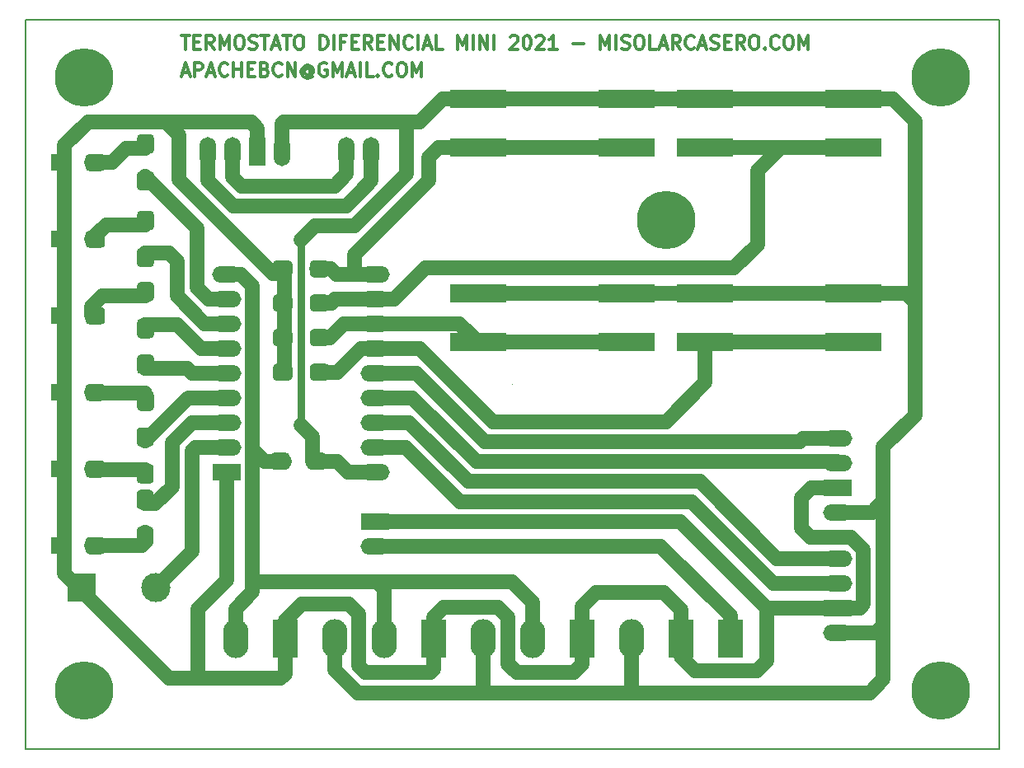
<source format=gtl>
%TF.GenerationSoftware,KiCad,Pcbnew,5.1.10*%
%TF.CreationDate,2021-09-02T20:29:26+02:00*%
%TF.ProjectId,Termostato-Diferencial-Mini,5465726d-6f73-4746-9174-6f2d44696665,rev?*%
%TF.SameCoordinates,PX9e11d20PY4c6afd0*%
%TF.FileFunction,Copper,L1,Top*%
%TF.FilePolarity,Positive*%
%FSLAX45Y45*%
G04 Gerber Fmt 4.5, Leading zero omitted, Abs format (unit mm)*
G04 Created by KiCad (PCBNEW 5.1.10) date 2021-09-02 20:29:26*
%MOMM*%
%LPD*%
G01*
G04 APERTURE LIST*
%TA.AperFunction,NonConductor*%
%ADD10C,0.300000*%
%TD*%
%TA.AperFunction,NonConductor*%
%ADD11C,0.050000*%
%TD*%
%TA.AperFunction,Profile*%
%ADD12C,0.200000*%
%TD*%
%TA.AperFunction,SMDPad,CuDef*%
%ADD13R,2.000000X1.750000*%
%TD*%
%TA.AperFunction,ComponentPad*%
%ADD14O,3.000000X1.700000*%
%TD*%
%TA.AperFunction,ComponentPad*%
%ADD15R,3.000000X1.700000*%
%TD*%
%TA.AperFunction,ComponentPad*%
%ADD16C,6.000000*%
%TD*%
%TA.AperFunction,ComponentPad*%
%ADD17O,1.700000X3.000000*%
%TD*%
%TA.AperFunction,ComponentPad*%
%ADD18R,1.700000X3.000000*%
%TD*%
%TA.AperFunction,ComponentPad*%
%ADD19C,3.000000*%
%TD*%
%TA.AperFunction,ComponentPad*%
%ADD20R,3.000000X3.000000*%
%TD*%
%TA.AperFunction,ComponentPad*%
%ADD21O,2.600000X4.000000*%
%TD*%
%TA.AperFunction,ComponentPad*%
%ADD22R,2.600000X4.000000*%
%TD*%
%TA.AperFunction,SMDPad,CuDef*%
%ADD23R,5.798000X1.850000*%
%TD*%
%TA.AperFunction,Conductor*%
%ADD24C,1.500000*%
%TD*%
%TA.AperFunction,Conductor*%
%ADD25C,0.800000*%
%TD*%
G04 APERTURE END LIST*
D10*
X-3386900Y3202367D02*
X-3320233Y3202367D01*
X-3400233Y3162367D02*
X-3353567Y3302367D01*
X-3306900Y3162367D01*
X-3260233Y3162367D02*
X-3260233Y3302367D01*
X-3206900Y3302367D01*
X-3193567Y3295700D01*
X-3186900Y3289033D01*
X-3180233Y3275700D01*
X-3180233Y3255700D01*
X-3186900Y3242367D01*
X-3193567Y3235700D01*
X-3206900Y3229033D01*
X-3260233Y3229033D01*
X-3126900Y3202367D02*
X-3060233Y3202367D01*
X-3140233Y3162367D02*
X-3093567Y3302367D01*
X-3046900Y3162367D01*
X-2920233Y3175700D02*
X-2926900Y3169033D01*
X-2946900Y3162367D01*
X-2960233Y3162367D01*
X-2980233Y3169033D01*
X-2993567Y3182367D01*
X-3000233Y3195700D01*
X-3006900Y3222367D01*
X-3006900Y3242367D01*
X-3000233Y3269033D01*
X-2993567Y3282367D01*
X-2980233Y3295700D01*
X-2960233Y3302367D01*
X-2946900Y3302367D01*
X-2926900Y3295700D01*
X-2920233Y3289033D01*
X-2860233Y3162367D02*
X-2860233Y3302367D01*
X-2860233Y3235700D02*
X-2780233Y3235700D01*
X-2780233Y3162367D02*
X-2780233Y3302367D01*
X-2713567Y3235700D02*
X-2666900Y3235700D01*
X-2646900Y3162367D02*
X-2713567Y3162367D01*
X-2713567Y3302367D01*
X-2646900Y3302367D01*
X-2540233Y3235700D02*
X-2520233Y3229033D01*
X-2513567Y3222367D01*
X-2506900Y3209033D01*
X-2506900Y3189033D01*
X-2513567Y3175700D01*
X-2520233Y3169033D01*
X-2533567Y3162367D01*
X-2586900Y3162367D01*
X-2586900Y3302367D01*
X-2540233Y3302367D01*
X-2526900Y3295700D01*
X-2520233Y3289033D01*
X-2513567Y3275700D01*
X-2513567Y3262367D01*
X-2520233Y3249033D01*
X-2526900Y3242367D01*
X-2540233Y3235700D01*
X-2586900Y3235700D01*
X-2366900Y3175700D02*
X-2373567Y3169033D01*
X-2393567Y3162367D01*
X-2406900Y3162367D01*
X-2426900Y3169033D01*
X-2440233Y3182367D01*
X-2446900Y3195700D01*
X-2453567Y3222367D01*
X-2453567Y3242367D01*
X-2446900Y3269033D01*
X-2440233Y3282367D01*
X-2426900Y3295700D01*
X-2406900Y3302367D01*
X-2393567Y3302367D01*
X-2373567Y3295700D01*
X-2366900Y3289033D01*
X-2306900Y3162367D02*
X-2306900Y3302367D01*
X-2226900Y3162367D01*
X-2226900Y3302367D01*
X-2073567Y3229033D02*
X-2080233Y3235700D01*
X-2093567Y3242367D01*
X-2106900Y3242367D01*
X-2120233Y3235700D01*
X-2126900Y3229033D01*
X-2133567Y3215700D01*
X-2133567Y3202367D01*
X-2126900Y3189033D01*
X-2120233Y3182367D01*
X-2106900Y3175700D01*
X-2093567Y3175700D01*
X-2080233Y3182367D01*
X-2073567Y3189033D01*
X-2073567Y3242367D02*
X-2073567Y3189033D01*
X-2066900Y3182367D01*
X-2060233Y3182367D01*
X-2046900Y3189033D01*
X-2040233Y3202367D01*
X-2040233Y3235700D01*
X-2053567Y3255700D01*
X-2073567Y3269033D01*
X-2100233Y3275700D01*
X-2126900Y3269033D01*
X-2146900Y3255700D01*
X-2160233Y3235700D01*
X-2166900Y3209033D01*
X-2160233Y3182367D01*
X-2146900Y3162367D01*
X-2126900Y3149033D01*
X-2100233Y3142367D01*
X-2073567Y3149033D01*
X-2053567Y3162367D01*
X-1906900Y3295700D02*
X-1920233Y3302367D01*
X-1940233Y3302367D01*
X-1960233Y3295700D01*
X-1973567Y3282367D01*
X-1980233Y3269033D01*
X-1986900Y3242367D01*
X-1986900Y3222367D01*
X-1980233Y3195700D01*
X-1973567Y3182367D01*
X-1960233Y3169033D01*
X-1940233Y3162367D01*
X-1926900Y3162367D01*
X-1906900Y3169033D01*
X-1900233Y3175700D01*
X-1900233Y3222367D01*
X-1926900Y3222367D01*
X-1840233Y3162367D02*
X-1840233Y3302367D01*
X-1793567Y3202367D01*
X-1746900Y3302367D01*
X-1746900Y3162367D01*
X-1686900Y3202367D02*
X-1620233Y3202367D01*
X-1700233Y3162367D02*
X-1653567Y3302367D01*
X-1606900Y3162367D01*
X-1560233Y3162367D02*
X-1560233Y3302367D01*
X-1426900Y3162367D02*
X-1493567Y3162367D01*
X-1493567Y3302367D01*
X-1380233Y3175700D02*
X-1373567Y3169033D01*
X-1380233Y3162367D01*
X-1386900Y3169033D01*
X-1380233Y3175700D01*
X-1380233Y3162367D01*
X-1233567Y3175700D02*
X-1240233Y3169033D01*
X-1260233Y3162367D01*
X-1273567Y3162367D01*
X-1293567Y3169033D01*
X-1306900Y3182367D01*
X-1313567Y3195700D01*
X-1320233Y3222367D01*
X-1320233Y3242367D01*
X-1313567Y3269033D01*
X-1306900Y3282367D01*
X-1293567Y3295700D01*
X-1273567Y3302367D01*
X-1260233Y3302367D01*
X-1240233Y3295700D01*
X-1233567Y3289033D01*
X-1146900Y3302367D02*
X-1120233Y3302367D01*
X-1106900Y3295700D01*
X-1093567Y3282367D01*
X-1086900Y3255700D01*
X-1086900Y3209033D01*
X-1093567Y3182367D01*
X-1106900Y3169033D01*
X-1120233Y3162367D01*
X-1146900Y3162367D01*
X-1160233Y3169033D01*
X-1173567Y3182367D01*
X-1180233Y3209033D01*
X-1180233Y3255700D01*
X-1173567Y3282367D01*
X-1160233Y3295700D01*
X-1146900Y3302367D01*
X-1026900Y3162367D02*
X-1026900Y3302367D01*
X-980233Y3202367D01*
X-933567Y3302367D01*
X-933567Y3162367D01*
D11*
X5000Y0D02*
G75*
G03*
X5000Y0I-5000J0D01*
G01*
D12*
X4998980Y3747000D02*
X-4998900Y3747000D01*
D10*
X-3393067Y3581167D02*
X-3313067Y3581167D01*
X-3353067Y3441167D02*
X-3353067Y3581167D01*
X-3266400Y3514500D02*
X-3219733Y3514500D01*
X-3199733Y3441167D02*
X-3266400Y3441167D01*
X-3266400Y3581167D01*
X-3199733Y3581167D01*
X-3059733Y3441167D02*
X-3106400Y3507833D01*
X-3139733Y3441167D02*
X-3139733Y3581167D01*
X-3086400Y3581167D01*
X-3073067Y3574500D01*
X-3066400Y3567833D01*
X-3059733Y3554500D01*
X-3059733Y3534500D01*
X-3066400Y3521167D01*
X-3073067Y3514500D01*
X-3086400Y3507833D01*
X-3139733Y3507833D01*
X-2999733Y3441167D02*
X-2999733Y3581167D01*
X-2953067Y3481167D01*
X-2906400Y3581167D01*
X-2906400Y3441167D01*
X-2813067Y3581167D02*
X-2786400Y3581167D01*
X-2773067Y3574500D01*
X-2759733Y3561167D01*
X-2753067Y3534500D01*
X-2753067Y3487833D01*
X-2759733Y3461167D01*
X-2773067Y3447833D01*
X-2786400Y3441167D01*
X-2813067Y3441167D01*
X-2826400Y3447833D01*
X-2839733Y3461167D01*
X-2846400Y3487833D01*
X-2846400Y3534500D01*
X-2839733Y3561167D01*
X-2826400Y3574500D01*
X-2813067Y3581167D01*
X-2699733Y3447833D02*
X-2679733Y3441167D01*
X-2646400Y3441167D01*
X-2633067Y3447833D01*
X-2626400Y3454500D01*
X-2619733Y3467833D01*
X-2619733Y3481167D01*
X-2626400Y3494500D01*
X-2633067Y3501167D01*
X-2646400Y3507833D01*
X-2673067Y3514500D01*
X-2686400Y3521167D01*
X-2693067Y3527833D01*
X-2699733Y3541167D01*
X-2699733Y3554500D01*
X-2693067Y3567833D01*
X-2686400Y3574500D01*
X-2673067Y3581167D01*
X-2639733Y3581167D01*
X-2619733Y3574500D01*
X-2579733Y3581167D02*
X-2499733Y3581167D01*
X-2539733Y3441167D02*
X-2539733Y3581167D01*
X-2459733Y3481167D02*
X-2393067Y3481167D01*
X-2473067Y3441167D02*
X-2426400Y3581167D01*
X-2379733Y3441167D01*
X-2353067Y3581167D02*
X-2273067Y3581167D01*
X-2313067Y3441167D02*
X-2313067Y3581167D01*
X-2199733Y3581167D02*
X-2173067Y3581167D01*
X-2159733Y3574500D01*
X-2146400Y3561167D01*
X-2139733Y3534500D01*
X-2139733Y3487833D01*
X-2146400Y3461167D01*
X-2159733Y3447833D01*
X-2173067Y3441167D01*
X-2199733Y3441167D01*
X-2213067Y3447833D01*
X-2226400Y3461167D01*
X-2233067Y3487833D01*
X-2233067Y3534500D01*
X-2226400Y3561167D01*
X-2213067Y3574500D01*
X-2199733Y3581167D01*
X-1973067Y3441167D02*
X-1973067Y3581167D01*
X-1939733Y3581167D01*
X-1919733Y3574500D01*
X-1906400Y3561167D01*
X-1899733Y3547833D01*
X-1893067Y3521167D01*
X-1893067Y3501167D01*
X-1899733Y3474500D01*
X-1906400Y3461167D01*
X-1919733Y3447833D01*
X-1939733Y3441167D01*
X-1973067Y3441167D01*
X-1833067Y3441167D02*
X-1833067Y3581167D01*
X-1719733Y3514500D02*
X-1766400Y3514500D01*
X-1766400Y3441167D02*
X-1766400Y3581167D01*
X-1699733Y3581167D01*
X-1646400Y3514500D02*
X-1599733Y3514500D01*
X-1579733Y3441167D02*
X-1646400Y3441167D01*
X-1646400Y3581167D01*
X-1579733Y3581167D01*
X-1439733Y3441167D02*
X-1486400Y3507833D01*
X-1519733Y3441167D02*
X-1519733Y3581167D01*
X-1466400Y3581167D01*
X-1453067Y3574500D01*
X-1446400Y3567833D01*
X-1439733Y3554500D01*
X-1439733Y3534500D01*
X-1446400Y3521167D01*
X-1453067Y3514500D01*
X-1466400Y3507833D01*
X-1519733Y3507833D01*
X-1379733Y3514500D02*
X-1333067Y3514500D01*
X-1313067Y3441167D02*
X-1379733Y3441167D01*
X-1379733Y3581167D01*
X-1313067Y3581167D01*
X-1253067Y3441167D02*
X-1253067Y3581167D01*
X-1173067Y3441167D01*
X-1173067Y3581167D01*
X-1026400Y3454500D02*
X-1033067Y3447833D01*
X-1053067Y3441167D01*
X-1066400Y3441167D01*
X-1086400Y3447833D01*
X-1099733Y3461167D01*
X-1106400Y3474500D01*
X-1113067Y3501167D01*
X-1113067Y3521167D01*
X-1106400Y3547833D01*
X-1099733Y3561167D01*
X-1086400Y3574500D01*
X-1066400Y3581167D01*
X-1053067Y3581167D01*
X-1033067Y3574500D01*
X-1026400Y3567833D01*
X-966400Y3441167D02*
X-966400Y3581167D01*
X-906400Y3481167D02*
X-839733Y3481167D01*
X-919733Y3441167D02*
X-873067Y3581167D01*
X-826400Y3441167D01*
X-713067Y3441167D02*
X-779733Y3441167D01*
X-779733Y3581167D01*
X-559733Y3441167D02*
X-559733Y3581167D01*
X-513067Y3481167D01*
X-466400Y3581167D01*
X-466400Y3441167D01*
X-399733Y3441167D02*
X-399733Y3581167D01*
X-333067Y3441167D02*
X-333067Y3581167D01*
X-253067Y3441167D01*
X-253067Y3581167D01*
X-186400Y3441167D02*
X-186400Y3581167D01*
X-19733Y3567833D02*
X-13067Y3574500D01*
X267Y3581167D01*
X33600Y3581167D01*
X46933Y3574500D01*
X53600Y3567833D01*
X60267Y3554500D01*
X60267Y3541167D01*
X53600Y3521167D01*
X-26400Y3441167D01*
X60267Y3441167D01*
X146933Y3581167D02*
X160267Y3581167D01*
X173600Y3574500D01*
X180267Y3567833D01*
X186933Y3554500D01*
X193600Y3527833D01*
X193600Y3494500D01*
X186933Y3467833D01*
X180267Y3454500D01*
X173600Y3447833D01*
X160267Y3441167D01*
X146933Y3441167D01*
X133600Y3447833D01*
X126933Y3454500D01*
X120267Y3467833D01*
X113600Y3494500D01*
X113600Y3527833D01*
X120267Y3554500D01*
X126933Y3567833D01*
X133600Y3574500D01*
X146933Y3581167D01*
X246933Y3567833D02*
X253600Y3574500D01*
X266933Y3581167D01*
X300267Y3581167D01*
X313600Y3574500D01*
X320267Y3567833D01*
X326933Y3554500D01*
X326933Y3541167D01*
X320267Y3521167D01*
X240267Y3441167D01*
X326933Y3441167D01*
X460267Y3441167D02*
X380267Y3441167D01*
X420267Y3441167D02*
X420267Y3581167D01*
X406933Y3561167D01*
X393600Y3547833D01*
X380267Y3541167D01*
X626933Y3494500D02*
X733600Y3494500D01*
X906933Y3441167D02*
X906933Y3581167D01*
X953600Y3481167D01*
X1000267Y3581167D01*
X1000267Y3441167D01*
X1066933Y3441167D02*
X1066933Y3581167D01*
X1126933Y3447833D02*
X1146933Y3441167D01*
X1180267Y3441167D01*
X1193600Y3447833D01*
X1200267Y3454500D01*
X1206933Y3467833D01*
X1206933Y3481167D01*
X1200267Y3494500D01*
X1193600Y3501167D01*
X1180267Y3507833D01*
X1153600Y3514500D01*
X1140267Y3521167D01*
X1133600Y3527833D01*
X1126933Y3541167D01*
X1126933Y3554500D01*
X1133600Y3567833D01*
X1140267Y3574500D01*
X1153600Y3581167D01*
X1186933Y3581167D01*
X1206933Y3574500D01*
X1293600Y3581167D02*
X1320267Y3581167D01*
X1333600Y3574500D01*
X1346933Y3561167D01*
X1353600Y3534500D01*
X1353600Y3487833D01*
X1346933Y3461167D01*
X1333600Y3447833D01*
X1320267Y3441167D01*
X1293600Y3441167D01*
X1280267Y3447833D01*
X1266933Y3461167D01*
X1260267Y3487833D01*
X1260267Y3534500D01*
X1266933Y3561167D01*
X1280267Y3574500D01*
X1293600Y3581167D01*
X1480267Y3441167D02*
X1413600Y3441167D01*
X1413600Y3581167D01*
X1520267Y3481167D02*
X1586933Y3481167D01*
X1506933Y3441167D02*
X1553600Y3581167D01*
X1600267Y3441167D01*
X1726933Y3441167D02*
X1680267Y3507833D01*
X1646933Y3441167D02*
X1646933Y3581167D01*
X1700267Y3581167D01*
X1713600Y3574500D01*
X1720267Y3567833D01*
X1726933Y3554500D01*
X1726933Y3534500D01*
X1720267Y3521167D01*
X1713600Y3514500D01*
X1700267Y3507833D01*
X1646933Y3507833D01*
X1866933Y3454500D02*
X1860267Y3447833D01*
X1840267Y3441167D01*
X1826933Y3441167D01*
X1806933Y3447833D01*
X1793600Y3461167D01*
X1786933Y3474500D01*
X1780267Y3501167D01*
X1780267Y3521167D01*
X1786933Y3547833D01*
X1793600Y3561167D01*
X1806933Y3574500D01*
X1826933Y3581167D01*
X1840267Y3581167D01*
X1860267Y3574500D01*
X1866933Y3567833D01*
X1920267Y3481167D02*
X1986933Y3481167D01*
X1906933Y3441167D02*
X1953600Y3581167D01*
X2000267Y3441167D01*
X2040267Y3447833D02*
X2060267Y3441167D01*
X2093600Y3441167D01*
X2106933Y3447833D01*
X2113600Y3454500D01*
X2120267Y3467833D01*
X2120267Y3481167D01*
X2113600Y3494500D01*
X2106933Y3501167D01*
X2093600Y3507833D01*
X2066933Y3514500D01*
X2053600Y3521167D01*
X2046933Y3527833D01*
X2040267Y3541167D01*
X2040267Y3554500D01*
X2046933Y3567833D01*
X2053600Y3574500D01*
X2066933Y3581167D01*
X2100267Y3581167D01*
X2120267Y3574500D01*
X2180267Y3514500D02*
X2226933Y3514500D01*
X2246933Y3441167D02*
X2180267Y3441167D01*
X2180267Y3581167D01*
X2246933Y3581167D01*
X2386933Y3441167D02*
X2340267Y3507833D01*
X2306933Y3441167D02*
X2306933Y3581167D01*
X2360267Y3581167D01*
X2373600Y3574500D01*
X2380267Y3567833D01*
X2386933Y3554500D01*
X2386933Y3534500D01*
X2380267Y3521167D01*
X2373600Y3514500D01*
X2360267Y3507833D01*
X2306933Y3507833D01*
X2473600Y3581167D02*
X2500267Y3581167D01*
X2513600Y3574500D01*
X2526933Y3561167D01*
X2533600Y3534500D01*
X2533600Y3487833D01*
X2526933Y3461167D01*
X2513600Y3447833D01*
X2500267Y3441167D01*
X2473600Y3441167D01*
X2460267Y3447833D01*
X2446933Y3461167D01*
X2440267Y3487833D01*
X2440267Y3534500D01*
X2446933Y3561167D01*
X2460267Y3574500D01*
X2473600Y3581167D01*
X2593600Y3454500D02*
X2600267Y3447833D01*
X2593600Y3441167D01*
X2586933Y3447833D01*
X2593600Y3454500D01*
X2593600Y3441167D01*
X2740267Y3454500D02*
X2733600Y3447833D01*
X2713600Y3441167D01*
X2700267Y3441167D01*
X2680267Y3447833D01*
X2666933Y3461167D01*
X2660267Y3474500D01*
X2653600Y3501167D01*
X2653600Y3521167D01*
X2660267Y3547833D01*
X2666933Y3561167D01*
X2680267Y3574500D01*
X2700267Y3581167D01*
X2713600Y3581167D01*
X2733600Y3574500D01*
X2740267Y3567833D01*
X2826933Y3581167D02*
X2853600Y3581167D01*
X2866933Y3574500D01*
X2880267Y3561167D01*
X2886933Y3534500D01*
X2886933Y3487833D01*
X2880267Y3461167D01*
X2866933Y3447833D01*
X2853600Y3441167D01*
X2826933Y3441167D01*
X2813600Y3447833D01*
X2800267Y3461167D01*
X2793600Y3487833D01*
X2793600Y3534500D01*
X2800267Y3561167D01*
X2813600Y3574500D01*
X2826933Y3581167D01*
X2946933Y3441167D02*
X2946933Y3581167D01*
X2993600Y3481167D01*
X3040267Y3581167D01*
X3040267Y3441167D01*
D12*
X4999100Y-3746890D02*
X4998980Y3747000D01*
X-4998780Y-3746890D02*
X4999100Y-3746890D01*
X-4998780Y-3746890D02*
X-4998900Y3747000D01*
%TO.P,R_L_C_R1,1*%
%TO.N,Net-(LED_REFRIGERADOR1-Pad2)*%
%TA.AperFunction,SMDPad,CuDef*%
G36*
G01*
X-3720890Y-1665150D02*
X-3818190Y-1665150D01*
G75*
G02*
X-3857040Y-1626300I0J38850D01*
G01*
X-3857040Y-1504000D01*
G75*
G02*
X-3818190Y-1465150I38850J0D01*
G01*
X-3720890Y-1465150D01*
G75*
G02*
X-3682040Y-1504000I0J-38850D01*
G01*
X-3682040Y-1626300D01*
G75*
G02*
X-3720890Y-1665150I-38850J0D01*
G01*
G37*
%TD.AperFunction*%
%TO.P,R_L_C_R1,2*%
%TO.N,/PIN-3*%
%TA.AperFunction,SMDPad,CuDef*%
G36*
G01*
X-3720890Y-1286650D02*
X-3818190Y-1286650D01*
G75*
G02*
X-3857040Y-1247800I0J38850D01*
G01*
X-3857040Y-1125500D01*
G75*
G02*
X-3818190Y-1086650I38850J0D01*
G01*
X-3720890Y-1086650D01*
G75*
G02*
X-3682040Y-1125500I0J-38850D01*
G01*
X-3682040Y-1247800D01*
G75*
G02*
X-3720890Y-1286650I-38850J0D01*
G01*
G37*
%TD.AperFunction*%
%TD*%
%TO.P,R_TEMP1,1*%
%TO.N,/PIN-9*%
%TA.AperFunction,SMDPad,CuDef*%
G36*
G01*
X-2483810Y-841130D02*
X-2483810Y-743830D01*
G75*
G02*
X-2444960Y-704980I38850J0D01*
G01*
X-2322660Y-704980D01*
G75*
G02*
X-2283810Y-743830I0J-38850D01*
G01*
X-2283810Y-841130D01*
G75*
G02*
X-2322660Y-879980I-38850J0D01*
G01*
X-2444960Y-879980D01*
G75*
G02*
X-2483810Y-841130I0J38850D01*
G01*
G37*
%TD.AperFunction*%
%TO.P,R_TEMP1,2*%
%TO.N,VCC*%
%TA.AperFunction,SMDPad,CuDef*%
G36*
G01*
X-2105310Y-841130D02*
X-2105310Y-743830D01*
G75*
G02*
X-2066460Y-704980I38850J0D01*
G01*
X-1944160Y-704980D01*
G75*
G02*
X-1905310Y-743830I0J-38850D01*
G01*
X-1905310Y-841130D01*
G75*
G02*
X-1944160Y-879980I-38850J0D01*
G01*
X-2066460Y-879980D01*
G75*
G02*
X-2105310Y-841130I0J38850D01*
G01*
G37*
%TD.AperFunction*%
%TD*%
%TO.P,R_D1,1*%
%TO.N,GND*%
%TA.AperFunction,SMDPad,CuDef*%
G36*
G01*
X-2456630Y73270D02*
X-2456630Y170570D01*
G75*
G02*
X-2417780Y209420I38850J0D01*
G01*
X-2295480Y209420D01*
G75*
G02*
X-2256630Y170570I0J-38850D01*
G01*
X-2256630Y73270D01*
G75*
G02*
X-2295480Y34420I-38850J0D01*
G01*
X-2417780Y34420D01*
G75*
G02*
X-2456630Y73270I0J38850D01*
G01*
G37*
%TD.AperFunction*%
%TO.P,R_D1,2*%
%TO.N,/PIN-13*%
%TA.AperFunction,SMDPad,CuDef*%
G36*
G01*
X-2078130Y73270D02*
X-2078130Y170570D01*
G75*
G02*
X-2039280Y209420I38850J0D01*
G01*
X-1916980Y209420D01*
G75*
G02*
X-1878130Y170570I0J-38850D01*
G01*
X-1878130Y73270D01*
G75*
G02*
X-1916980Y34420I-38850J0D01*
G01*
X-2039280Y34420D01*
G75*
G02*
X-2078130Y73270I0J38850D01*
G01*
G37*
%TD.AperFunction*%
%TD*%
%TO.P,R_BK1,1*%
%TO.N,GND*%
%TA.AperFunction,SMDPad,CuDef*%
G36*
G01*
X-2456630Y428870D02*
X-2456630Y526170D01*
G75*
G02*
X-2417780Y565020I38850J0D01*
G01*
X-2295480Y565020D01*
G75*
G02*
X-2256630Y526170I0J-38850D01*
G01*
X-2256630Y428870D01*
G75*
G02*
X-2295480Y390020I-38850J0D01*
G01*
X-2417780Y390020D01*
G75*
G02*
X-2456630Y428870I0J38850D01*
G01*
G37*
%TD.AperFunction*%
%TO.P,R_BK1,2*%
%TO.N,/PIN-12*%
%TA.AperFunction,SMDPad,CuDef*%
G36*
G01*
X-2078130Y428870D02*
X-2078130Y526170D01*
G75*
G02*
X-2039280Y565020I38850J0D01*
G01*
X-1916980Y565020D01*
G75*
G02*
X-1878130Y526170I0J-38850D01*
G01*
X-1878130Y428870D01*
G75*
G02*
X-1916980Y390020I-38850J0D01*
G01*
X-2039280Y390020D01*
G75*
G02*
X-2078130Y428870I0J38850D01*
G01*
G37*
%TD.AperFunction*%
%TD*%
%TO.P,R_U1,1*%
%TO.N,GND*%
%TA.AperFunction,SMDPad,CuDef*%
G36*
G01*
X-2456630Y784470D02*
X-2456630Y881770D01*
G75*
G02*
X-2417780Y920620I38850J0D01*
G01*
X-2295480Y920620D01*
G75*
G02*
X-2256630Y881770I0J-38850D01*
G01*
X-2256630Y784470D01*
G75*
G02*
X-2295480Y745620I-38850J0D01*
G01*
X-2417780Y745620D01*
G75*
G02*
X-2456630Y784470I0J38850D01*
G01*
G37*
%TD.AperFunction*%
%TO.P,R_U1,2*%
%TO.N,/PIN-11*%
%TA.AperFunction,SMDPad,CuDef*%
G36*
G01*
X-2078130Y784470D02*
X-2078130Y881770D01*
G75*
G02*
X-2039280Y920620I38850J0D01*
G01*
X-1916980Y920620D01*
G75*
G02*
X-1878130Y881770I0J-38850D01*
G01*
X-1878130Y784470D01*
G75*
G02*
X-1916980Y745620I-38850J0D01*
G01*
X-2039280Y745620D01*
G75*
G02*
X-2078130Y784470I0J38850D01*
G01*
G37*
%TD.AperFunction*%
%TD*%
%TO.P,R_OK1,1*%
%TO.N,GND*%
%TA.AperFunction,SMDPad,CuDef*%
G36*
G01*
X-2456630Y1134990D02*
X-2456630Y1232290D01*
G75*
G02*
X-2417780Y1271140I38850J0D01*
G01*
X-2295480Y1271140D01*
G75*
G02*
X-2256630Y1232290I0J-38850D01*
G01*
X-2256630Y1134990D01*
G75*
G02*
X-2295480Y1096140I-38850J0D01*
G01*
X-2417780Y1096140D01*
G75*
G02*
X-2456630Y1134990I0J38850D01*
G01*
G37*
%TD.AperFunction*%
%TO.P,R_OK1,2*%
%TO.N,/PIN-10*%
%TA.AperFunction,SMDPad,CuDef*%
G36*
G01*
X-2078130Y1134990D02*
X-2078130Y1232290D01*
G75*
G02*
X-2039280Y1271140I38850J0D01*
G01*
X-1916980Y1271140D01*
G75*
G02*
X-1878130Y1232290I0J-38850D01*
G01*
X-1878130Y1134990D01*
G75*
G02*
X-1916980Y1096140I-38850J0D01*
G01*
X-2039280Y1096140D01*
G75*
G02*
X-2078130Y1134990I0J38850D01*
G01*
G37*
%TD.AperFunction*%
%TD*%
D13*
%TO.P,LED_REFRIGERADOR1,1*%
%TO.N,GND*%
X-4636030Y-1660260D03*
%TO.P,LED_REFRIGERADOR1,2*%
%TO.N,Net-(LED_REFRIGERADOR1-Pad2)*%
%TA.AperFunction,SMDPad,CuDef*%
G36*
G01*
X-4380030Y-1712760D02*
X-4380030Y-1607760D01*
G75*
G02*
X-4345030Y-1572760I35000J0D01*
G01*
X-4215030Y-1572760D01*
G75*
G02*
X-4180030Y-1607760I0J-35000D01*
G01*
X-4180030Y-1712760D01*
G75*
G02*
X-4215030Y-1747760I-35000J0D01*
G01*
X-4345030Y-1747760D01*
G75*
G02*
X-4380030Y-1712760I0J35000D01*
G01*
G37*
%TD.AperFunction*%
%TD*%
%TO.P,LED_CALENTADOR1,1*%
%TO.N,GND*%
X-4636030Y-873260D03*
%TO.P,LED_CALENTADOR1,2*%
%TO.N,Net-(LED_CALENTADOR1-Pad2)*%
%TA.AperFunction,SMDPad,CuDef*%
G36*
G01*
X-4380030Y-925760D02*
X-4380030Y-820760D01*
G75*
G02*
X-4345030Y-785760I35000J0D01*
G01*
X-4215030Y-785760D01*
G75*
G02*
X-4180030Y-820760I0J-35000D01*
G01*
X-4180030Y-925760D01*
G75*
G02*
X-4215030Y-960760I-35000J0D01*
G01*
X-4345030Y-960760D01*
G75*
G02*
X-4380030Y-925760I0J35000D01*
G01*
G37*
%TD.AperFunction*%
%TD*%
%TO.P,LED_PUMP_PULS1,1*%
%TO.N,GND*%
X-4636030Y-85860D03*
%TO.P,LED_PUMP_PULS1,2*%
%TO.N,Net-(LED_PUMP_PULS1-Pad2)*%
%TA.AperFunction,SMDPad,CuDef*%
G36*
G01*
X-4380030Y-138360D02*
X-4380030Y-33360D01*
G75*
G02*
X-4345030Y1640I35000J0D01*
G01*
X-4215030Y1640D01*
G75*
G02*
X-4180030Y-33360I0J-35000D01*
G01*
X-4180030Y-138360D01*
G75*
G02*
X-4215030Y-173360I-35000J0D01*
G01*
X-4345030Y-173360D01*
G75*
G02*
X-4380030Y-138360I0J35000D01*
G01*
G37*
%TD.AperFunction*%
%TD*%
%TO.P,LED_PUMP1,1*%
%TO.N,GND*%
X-4636030Y701540D03*
%TO.P,LED_PUMP1,2*%
%TO.N,Net-(LED_PUMP1-Pad2)*%
%TA.AperFunction,SMDPad,CuDef*%
G36*
G01*
X-4380030Y649040D02*
X-4380030Y754040D01*
G75*
G02*
X-4345030Y789040I35000J0D01*
G01*
X-4215030Y789040D01*
G75*
G02*
X-4180030Y754040I0J-35000D01*
G01*
X-4180030Y649040D01*
G75*
G02*
X-4215030Y614040I-35000J0D01*
G01*
X-4345030Y614040D01*
G75*
G02*
X-4380030Y649040I0J35000D01*
G01*
G37*
%TD.AperFunction*%
%TD*%
%TO.P,LED_LOOP1,1*%
%TO.N,GND*%
X-4636030Y1488940D03*
%TO.P,LED_LOOP1,2*%
%TO.N,Net-(LED_LOOP1-Pad2)*%
%TA.AperFunction,SMDPad,CuDef*%
G36*
G01*
X-4380030Y1436440D02*
X-4380030Y1541440D01*
G75*
G02*
X-4345030Y1576440I35000J0D01*
G01*
X-4215030Y1576440D01*
G75*
G02*
X-4180030Y1541440I0J-35000D01*
G01*
X-4180030Y1436440D01*
G75*
G02*
X-4215030Y1401440I-35000J0D01*
G01*
X-4345030Y1401440D01*
G75*
G02*
X-4380030Y1436440I0J35000D01*
G01*
G37*
%TD.AperFunction*%
%TD*%
%TO.P,LED_ALARMA1,1*%
%TO.N,GND*%
X-4636030Y2276340D03*
%TO.P,LED_ALARMA1,2*%
%TO.N,Net-(LED_ALARMA1-Pad2)*%
%TA.AperFunction,SMDPad,CuDef*%
G36*
G01*
X-4380030Y2223840D02*
X-4380030Y2328840D01*
G75*
G02*
X-4345030Y2363840I35000J0D01*
G01*
X-4215030Y2363840D01*
G75*
G02*
X-4180030Y2328840I0J-35000D01*
G01*
X-4180030Y2223840D01*
G75*
G02*
X-4215030Y2188840I-35000J0D01*
G01*
X-4345030Y2188840D01*
G75*
G02*
X-4380030Y2223840I0J35000D01*
G01*
G37*
%TD.AperFunction*%
%TD*%
%TO.P,R_L_C1,1*%
%TO.N,Net-(LED_CALENTADOR1-Pad2)*%
%TA.AperFunction,SMDPad,CuDef*%
G36*
G01*
X-3719280Y-1022650D02*
X-3816580Y-1022650D01*
G75*
G02*
X-3855430Y-983800I0J38850D01*
G01*
X-3855430Y-861500D01*
G75*
G02*
X-3816580Y-822650I38850J0D01*
G01*
X-3719280Y-822650D01*
G75*
G02*
X-3680430Y-861500I0J-38850D01*
G01*
X-3680430Y-983800D01*
G75*
G02*
X-3719280Y-1022650I-38850J0D01*
G01*
G37*
%TD.AperFunction*%
%TO.P,R_L_C1,2*%
%TO.N,/PIN-4*%
%TA.AperFunction,SMDPad,CuDef*%
G36*
G01*
X-3719280Y-644150D02*
X-3816580Y-644150D01*
G75*
G02*
X-3855430Y-605300I0J38850D01*
G01*
X-3855430Y-483000D01*
G75*
G02*
X-3816580Y-444150I38850J0D01*
G01*
X-3719280Y-444150D01*
G75*
G02*
X-3680430Y-483000I0J-38850D01*
G01*
X-3680430Y-605300D01*
G75*
G02*
X-3719280Y-644150I-38850J0D01*
G01*
G37*
%TD.AperFunction*%
%TD*%
%TO.P,R_L_P1,1*%
%TO.N,Net-(LED_PUMP_PULS1-Pad2)*%
%TA.AperFunction,SMDPad,CuDef*%
G36*
G01*
X-3716480Y-276250D02*
X-3813780Y-276250D01*
G75*
G02*
X-3852630Y-237400I0J38850D01*
G01*
X-3852630Y-115100D01*
G75*
G02*
X-3813780Y-76250I38850J0D01*
G01*
X-3716480Y-76250D01*
G75*
G02*
X-3677630Y-115100I0J-38850D01*
G01*
X-3677630Y-237400D01*
G75*
G02*
X-3716480Y-276250I-38850J0D01*
G01*
G37*
%TD.AperFunction*%
%TO.P,R_L_P1,2*%
%TO.N,/PIN-5*%
%TA.AperFunction,SMDPad,CuDef*%
G36*
G01*
X-3716480Y102250D02*
X-3813780Y102250D01*
G75*
G02*
X-3852630Y141100I0J38850D01*
G01*
X-3852630Y263400D01*
G75*
G02*
X-3813780Y302250I38850J0D01*
G01*
X-3716480Y302250D01*
G75*
G02*
X-3677630Y263400I0J-38850D01*
G01*
X-3677630Y141100D01*
G75*
G02*
X-3716480Y102250I-38850J0D01*
G01*
G37*
%TD.AperFunction*%
%TD*%
%TO.P,R_L_B1,1*%
%TO.N,Net-(LED_PUMP1-Pad2)*%
%TA.AperFunction,SMDPad,CuDef*%
G36*
G01*
X-3813780Y1048250D02*
X-3716480Y1048250D01*
G75*
G02*
X-3677630Y1009400I0J-38850D01*
G01*
X-3677630Y887100D01*
G75*
G02*
X-3716480Y848250I-38850J0D01*
G01*
X-3813780Y848250D01*
G75*
G02*
X-3852630Y887100I0J38850D01*
G01*
X-3852630Y1009400D01*
G75*
G02*
X-3813780Y1048250I38850J0D01*
G01*
G37*
%TD.AperFunction*%
%TO.P,R_L_B1,2*%
%TO.N,/PIN-6*%
%TA.AperFunction,SMDPad,CuDef*%
G36*
G01*
X-3813780Y669750D02*
X-3716480Y669750D01*
G75*
G02*
X-3677630Y630900I0J-38850D01*
G01*
X-3677630Y508600D01*
G75*
G02*
X-3716480Y469750I-38850J0D01*
G01*
X-3813780Y469750D01*
G75*
G02*
X-3852630Y508600I0J38850D01*
G01*
X-3852630Y630900D01*
G75*
G02*
X-3813780Y669750I38850J0D01*
G01*
G37*
%TD.AperFunction*%
%TD*%
%TO.P,R_L_W1,1*%
%TO.N,Net-(LED_LOOP1-Pad2)*%
%TA.AperFunction,SMDPad,CuDef*%
G36*
G01*
X-3813780Y1779190D02*
X-3716480Y1779190D01*
G75*
G02*
X-3677630Y1740340I0J-38850D01*
G01*
X-3677630Y1618040D01*
G75*
G02*
X-3716480Y1579190I-38850J0D01*
G01*
X-3813780Y1579190D01*
G75*
G02*
X-3852630Y1618040I0J38850D01*
G01*
X-3852630Y1740340D01*
G75*
G02*
X-3813780Y1779190I38850J0D01*
G01*
G37*
%TD.AperFunction*%
%TO.P,R_L_W1,2*%
%TO.N,/PIN-7*%
%TA.AperFunction,SMDPad,CuDef*%
G36*
G01*
X-3813780Y1400690D02*
X-3716480Y1400690D01*
G75*
G02*
X-3677630Y1361840I0J-38850D01*
G01*
X-3677630Y1239540D01*
G75*
G02*
X-3716480Y1200690I-38850J0D01*
G01*
X-3813780Y1200690D01*
G75*
G02*
X-3852630Y1239540I0J38850D01*
G01*
X-3852630Y1361840D01*
G75*
G02*
X-3813780Y1400690I38850J0D01*
G01*
G37*
%TD.AperFunction*%
%TD*%
%TO.P,R_L_A1,1*%
%TO.N,Net-(LED_ALARMA1-Pad2)*%
%TA.AperFunction,SMDPad,CuDef*%
G36*
G01*
X-3813780Y2566590D02*
X-3716480Y2566590D01*
G75*
G02*
X-3677630Y2527740I0J-38850D01*
G01*
X-3677630Y2405440D01*
G75*
G02*
X-3716480Y2366590I-38850J0D01*
G01*
X-3813780Y2366590D01*
G75*
G02*
X-3852630Y2405440I0J38850D01*
G01*
X-3852630Y2527740D01*
G75*
G02*
X-3813780Y2566590I38850J0D01*
G01*
G37*
%TD.AperFunction*%
%TO.P,R_L_A1,2*%
%TO.N,/PIN-8*%
%TA.AperFunction,SMDPad,CuDef*%
G36*
G01*
X-3813780Y2188090D02*
X-3716480Y2188090D01*
G75*
G02*
X-3677630Y2149240I0J-38850D01*
G01*
X-3677630Y2026940D01*
G75*
G02*
X-3716480Y1988090I-38850J0D01*
G01*
X-3813780Y1988090D01*
G75*
G02*
X-3852630Y2026940I0J38850D01*
G01*
X-3852630Y2149240D01*
G75*
G02*
X-3813780Y2188090I38850J0D01*
G01*
G37*
%TD.AperFunction*%
%TD*%
D14*
%TO.P,RELE-3-4,4*%
%TO.N,/PIN-A2*%
X3345000Y-1793500D03*
%TO.P,RELE-3-4,3*%
%TO.N,/PIN-A3*%
X3345000Y-2047500D03*
D15*
%TO.P,RELE-3-4,2*%
%TO.N,GND*%
X3345000Y-2301500D03*
D14*
%TO.P,RELE-3-4,1*%
%TO.N,VCC*%
X3345000Y-2555500D03*
%TD*%
%TO.P,RELE-1-2,4*%
%TO.N,/PIN-A0*%
X3345000Y-556500D03*
%TO.P,RELE-1-2,3*%
%TO.N,/PIN-A1*%
X3345000Y-810500D03*
D15*
%TO.P,RELE-1-2,2*%
%TO.N,GND*%
X3345000Y-1064500D03*
D14*
%TO.P,RELE-1-2,1*%
%TO.N,VCC*%
X3345000Y-1318500D03*
%TD*%
%TO.P,ARDUINO_R1,12*%
%TO.N,/PIN-10*%
X-1403290Y1127540D03*
%TO.P,ARDUINO_R1,11*%
%TO.N,/PIN-11*%
X-1403290Y873540D03*
%TO.P,ARDUINO_R1,10*%
%TO.N,/PIN-12*%
X-1403290Y619540D03*
%TO.P,ARDUINO_R1,9*%
%TO.N,/PIN-13*%
X-1403290Y365540D03*
%TO.P,ARDUINO_R1,8*%
%TO.N,/PIN-A0*%
X-1403290Y111540D03*
%TO.P,ARDUINO_R1,7*%
%TO.N,/PIN-A1*%
X-1403290Y-142460D03*
%TO.P,ARDUINO_R1,6*%
%TO.N,/PIN-A2*%
X-1403290Y-396460D03*
%TO.P,ARDUINO_R1,5*%
%TO.N,/PIN-A3*%
X-1403290Y-650460D03*
%TO.P,ARDUINO_R1,4*%
%TO.N,VCC*%
X-1403290Y-904460D03*
D15*
%TO.P,ARDUINO_R1,2*%
%TO.N,GND*%
X-1403290Y-1412460D03*
D14*
%TO.P,ARDUINO_R1,1*%
%TO.N,/RAW9V*%
X-1403290Y-1666460D03*
%TD*%
%TO.P,ARDUINO_L1,12*%
%TO.N,/PIN-9*%
X-2927290Y1127540D03*
%TO.P,ARDUINO_L1,11*%
%TO.N,/PIN-8*%
X-2927290Y873540D03*
%TO.P,ARDUINO_L1,10*%
%TO.N,/PIN-7*%
X-2927290Y619540D03*
%TO.P,ARDUINO_L1,9*%
%TO.N,/PIN-6*%
X-2927290Y365540D03*
%TO.P,ARDUINO_L1,8*%
%TO.N,/PIN-5*%
X-2927290Y111540D03*
%TO.P,ARDUINO_L1,7*%
%TO.N,/PIN-4*%
X-2927290Y-142460D03*
%TO.P,ARDUINO_L1,6*%
%TO.N,/PIN-3*%
X-2927290Y-396460D03*
%TO.P,ARDUINO_L1,5*%
%TO.N,/PIN-2*%
X-2927290Y-650460D03*
D15*
%TO.P,ARDUINO_L1,4*%
%TO.N,GND*%
X-2927290Y-904460D03*
%TD*%
D16*
%TO.P,TORNILLO-1,1*%
%TO.N,N/C*%
X4399100Y3147000D03*
%TD*%
D17*
%TO.P,I2C-LCD1,4*%
%TO.N,Net-(A4-A5-Pad2)*%
X-3123320Y2391500D03*
%TO.P,I2C-LCD1,3*%
%TO.N,Net-(A4-A5-Pad1)*%
X-2869320Y2391500D03*
D18*
%TO.P,I2C-LCD1,2*%
%TO.N,GND*%
X-2615320Y2391500D03*
D17*
%TO.P,I2C-LCD1,1*%
%TO.N,VCC*%
X-2361320Y2391500D03*
%TD*%
%TO.P,A4-A5,2*%
%TO.N,Net-(A4-A5-Pad2)*%
X-1446920Y2391500D03*
%TO.P,A4-A5,1*%
%TO.N,Net-(A4-A5-Pad1)*%
X-1700920Y2391500D03*
%TD*%
D19*
%TO.P,BUZZER1,2*%
%TO.N,/PIN-2*%
X-3659600Y-2092960D03*
D20*
%TO.P,BUZZER1,1*%
%TO.N,GND*%
X-4419600Y-2092960D03*
%TD*%
D21*
%TO.P,BORNERA1,11*%
%TO.N,/PIN-9*%
X-2838900Y-2614000D03*
D22*
%TO.P,BORNERA1,10*%
%TO.N,GND*%
X-2330900Y-2614000D03*
D21*
%TO.P,BORNERA1,9*%
%TO.N,VCC*%
X-1822900Y-2614000D03*
%TO.P,BORNERA1,8*%
%TO.N,/PIN-9*%
X-1314900Y-2614000D03*
D22*
%TO.P,BORNERA1,7*%
%TO.N,GND*%
X-806900Y-2614000D03*
D21*
%TO.P,BORNERA1,6*%
%TO.N,VCC*%
X-298900Y-2614000D03*
%TO.P,BORNERA1,5*%
%TO.N,/PIN-9*%
X209100Y-2614000D03*
D22*
%TO.P,BORNERA1,4*%
%TO.N,GND*%
X717100Y-2614000D03*
D21*
%TO.P,BORNERA1,3*%
%TO.N,VCC*%
X1225100Y-2614000D03*
D22*
%TO.P,BORNERA1,2*%
%TO.N,GND*%
X1733100Y-2614000D03*
%TO.P,BORNERA1,1*%
%TO.N,/RAW9V*%
X2241100Y-2614000D03*
%TD*%
D16*
%TO.P,TORNILLO-3,1*%
%TO.N,N/C*%
X1577600Y1681600D03*
%TD*%
D23*
%TO.P,SW_OK1,2*%
%TO.N,/PIN-10*%
X-351300Y2431700D03*
%TO.P,SW_OK1,1*%
%TO.N,VCC*%
X-351300Y2931700D03*
%TO.P,SW_OK1,2*%
%TO.N,/PIN-10*%
X1173700Y2431700D03*
%TO.P,SW_OK1,1*%
%TO.N,VCC*%
X1173700Y2931700D03*
%TD*%
D16*
%TO.P,TORNILLO-4,1*%
%TO.N,N/C*%
X-4398780Y-3146890D03*
%TD*%
%TO.P,TORNILLO-5,1*%
%TO.N,N/C*%
X4399100Y-3146890D03*
%TD*%
%TO.P,TORNILLO-1,1*%
%TO.N,N/C*%
X-4398900Y3147000D03*
%TD*%
D23*
%TO.P,SW_D1,1*%
%TO.N,VCC*%
X3506520Y931480D03*
%TO.P,SW_D1,2*%
%TO.N,/PIN-13*%
X3506520Y431480D03*
%TO.P,SW_D1,1*%
%TO.N,VCC*%
X1981520Y931480D03*
%TO.P,SW_D1,2*%
%TO.N,/PIN-13*%
X1981520Y431480D03*
%TD*%
%TO.P,SW_BK1,1*%
%TO.N,VCC*%
X1173700Y931480D03*
%TO.P,SW_BK1,2*%
%TO.N,/PIN-12*%
X1173700Y431480D03*
%TO.P,SW_BK1,1*%
%TO.N,VCC*%
X-351300Y931480D03*
%TO.P,SW_BK1,2*%
%TO.N,/PIN-12*%
X-351300Y431480D03*
%TD*%
%TO.P,SW_U1,2*%
%TO.N,/PIN-11*%
X1981520Y2431700D03*
%TO.P,SW_U1,1*%
%TO.N,VCC*%
X1981520Y2931700D03*
%TO.P,SW_U1,2*%
%TO.N,/PIN-11*%
X3506520Y2431700D03*
%TO.P,SW_U1,1*%
%TO.N,VCC*%
X3506520Y2931700D03*
%TD*%
D24*
%TO.N,GND*%
X3063240Y-1574800D02*
X3479800Y-1574800D01*
X2966720Y-1478280D02*
X3063240Y-1574800D01*
X3070620Y-1064500D02*
X2966720Y-1168400D01*
X2966720Y-1168400D02*
X2966720Y-1478280D01*
X3345000Y-1064500D02*
X3070620Y-1064500D01*
X-4598030Y-85860D02*
X-4598030Y-873260D01*
X-4598030Y701540D02*
X-4598030Y-85860D01*
X-4598030Y1488940D02*
X-4598030Y701540D01*
X-2330900Y-2976060D02*
X-2330900Y-2614000D01*
X-2377440Y-3022600D02*
X-2330900Y-2976060D01*
X-2905760Y-3022600D02*
X-2377440Y-3022600D01*
X-3225800Y-2976880D02*
X-3180080Y-3022600D01*
X-3225800Y-2311400D02*
X-3225800Y-2976880D01*
X-3180080Y-3022600D02*
X-2905760Y-3022600D01*
X-2927290Y-2012890D02*
X-3022600Y-2108200D01*
X-3022600Y-2108200D02*
X-3225800Y-2311400D01*
X-2927290Y-904460D02*
X-2927290Y-2012890D01*
X3345000Y-2301500D02*
X3165100Y-2301500D01*
X2815800Y-2301500D02*
X3165100Y-2301500D01*
X2613400Y-2301500D02*
X2815800Y-2301500D01*
X1724360Y-1412460D02*
X2613400Y-2301500D01*
X-1512600Y-2959800D02*
X-1545300Y-2927100D01*
X-806900Y-2927200D02*
X-839500Y-2959800D01*
X-806900Y-2614000D02*
X-806900Y-2927200D01*
X-839500Y-2959800D02*
X-1512600Y-2959800D01*
X1733100Y-2614000D02*
X1733100Y-2801900D01*
X2513300Y-2947100D02*
X2613400Y-2847000D01*
X2613400Y-2847000D02*
X2613400Y-2301500D01*
X1878300Y-2947100D02*
X2513300Y-2947100D01*
X1733100Y-2801900D02*
X1878300Y-2947100D01*
X-706120Y-2291080D02*
X-147320Y-2291080D01*
X-806900Y-2391860D02*
X-706120Y-2291080D01*
X717100Y-2614000D02*
X717100Y-2879540D01*
X717100Y-2879540D02*
X629920Y-2966720D01*
X629920Y-2966720D02*
X45720Y-2966720D01*
X45720Y-2966720D02*
X-40640Y-2880360D01*
X-40640Y-2880360D02*
X-40640Y-2397760D01*
X-40640Y-2397760D02*
X-89200Y-2349200D01*
X-806900Y-2614000D02*
X-806900Y-2391860D01*
X-147320Y-2291080D02*
X-89200Y-2349200D01*
X-4598030Y2276340D02*
X-4598030Y2161510D01*
X-4598030Y2161510D02*
X-4598030Y1488940D01*
X-1577500Y-2894900D02*
X-1512600Y-2959800D01*
X-2330900Y-2614000D02*
X-2330900Y-2431900D01*
X-2330900Y-2431900D02*
X-2160300Y-2261300D01*
X-1677700Y-2261300D02*
X-1577500Y-2361500D01*
X-2160300Y-2261300D02*
X-1677700Y-2261300D01*
X-1577500Y-2361500D02*
X-1577500Y-2894900D01*
X-1403290Y-1412460D02*
X1724360Y-1412460D01*
X-2615320Y2391500D02*
X-2615320Y2628560D01*
X-2787680Y2694240D02*
X-4146440Y2694240D01*
X-2787680Y2694240D02*
X-2681000Y2694240D01*
X-2681000Y2694240D02*
X-2615320Y2628560D01*
X-2721640Y2694240D02*
X-3412520Y2694240D01*
X3345000Y-2301500D02*
X3569380Y-2301500D01*
X3569380Y-2301500D02*
X3607040Y-2263840D01*
X3607040Y-1702040D02*
X3479800Y-1574800D01*
X3607040Y-2263840D02*
X3607040Y-1702040D01*
X-4598030Y2453610D02*
X-4598030Y2161510D01*
X-4357400Y2694240D02*
X-4598030Y2453610D01*
X-4146440Y2694240D02*
X-4357400Y2694240D01*
X-4598030Y-1660260D02*
X-4598030Y-1106870D01*
X-4598030Y-1106870D02*
X-4598030Y-873260D01*
X-3524500Y-3022600D02*
X-2905760Y-3022600D01*
X-2341701Y1135201D02*
X-2341701Y121920D01*
X-3422680Y2557080D02*
X-3559840Y2694240D01*
X-3422680Y2101499D02*
X-3422680Y2557080D01*
X-3559840Y2694240D02*
X-4146440Y2694240D01*
X-3281340Y1960160D02*
X-3422680Y2101499D01*
X-3058279Y1737098D02*
X-3346480Y2025299D01*
X-3058279Y1737098D02*
X-3281340Y1960160D01*
X-2456382Y1135201D02*
X-2341701Y1135201D01*
X-3281340Y1960160D02*
X-2456382Y1135201D01*
X-3573100Y-2974000D02*
X-3524500Y-3022600D01*
X-4419600Y-2127500D02*
X-3573100Y-2974000D01*
X-4598030Y-1949070D02*
X-3573100Y-2974000D01*
X-4598030Y-1106870D02*
X-4598030Y-1949070D01*
X1733100Y-2614000D02*
X1733100Y-2316900D01*
X862200Y-2138000D02*
X717100Y-2283100D01*
X717100Y-2283100D02*
X717100Y-2614000D01*
X1554200Y-2138000D02*
X862200Y-2138000D01*
X1733100Y-2316900D02*
X1554200Y-2138000D01*
%TO.N,VCC*%
X3633520Y2931700D02*
X2108520Y2931700D01*
X2438720Y2931700D02*
X1067020Y2931700D01*
X1173700Y2931700D02*
X-351300Y2931700D01*
X-1822900Y-2939981D02*
X-1587181Y-3175700D01*
X-1587181Y-3175700D02*
X-306100Y-3175700D01*
X-1822900Y-2614000D02*
X-1822900Y-2939981D01*
X3669000Y-3175700D02*
X3812441Y-3032259D01*
X3812441Y-2478401D02*
X3812441Y-3032259D01*
X1205200Y-3175700D02*
X3669000Y-3175700D01*
X-298900Y-2614000D02*
X-298900Y-3168500D01*
X-298900Y-3168500D02*
X-306100Y-3175700D01*
X1225100Y-3155800D02*
X1205200Y-3175700D01*
X1225100Y-2614000D02*
X1225100Y-3155800D01*
X-306100Y-3175700D02*
X1205200Y-3175700D01*
X-351300Y2931700D02*
X-711260Y2931700D01*
X-953800Y2689160D02*
X-711260Y2931700D01*
X2108450Y931900D02*
X1841220Y931900D01*
X3694860Y-1318500D02*
X3812441Y-1200919D01*
X3345000Y-1318500D02*
X3694860Y-1318500D01*
X3812441Y-642119D02*
X3812441Y-1200919D01*
X4136400Y841500D02*
X4136400Y-318160D01*
X4136400Y-318160D02*
X3812441Y-642119D01*
X3345000Y-2555500D02*
X3735342Y-2555500D01*
X3735342Y-2555500D02*
X3812441Y-2478401D01*
X3812441Y-1200919D02*
X3812441Y-2478401D01*
X-2361320Y2673560D02*
X-2361320Y2500840D01*
X-1358160Y2689160D02*
X-2345720Y2689160D01*
X-2361320Y2391500D02*
X-2361320Y2500840D01*
X-2345720Y2689160D02*
X-2361320Y2673560D01*
X3506520Y2931700D02*
X3908800Y2931700D01*
X4136400Y2704100D02*
X4136400Y841500D01*
X3908800Y2931700D02*
X4136400Y2704100D01*
X-953800Y2689160D02*
X-1084460Y2689160D01*
X-1358160Y2689160D02*
X-953800Y2689160D01*
X-1084460Y2689160D02*
X-1358160Y2689160D01*
X-1084460Y2161057D02*
X-1620617Y1624900D01*
X-1084460Y2689160D02*
X-1084460Y2161057D01*
X-1620617Y1624900D02*
X-2010400Y1624900D01*
D25*
X-2010400Y1624900D02*
X-2023700Y1624900D01*
X-2167100Y1481500D02*
X-2167100Y-425700D01*
D24*
X-2048310Y-544490D02*
X-2167100Y-425700D01*
X-2048310Y-792480D02*
X-2048310Y-544490D01*
X-2023700Y1624900D02*
X-2167100Y1481500D01*
X-1403290Y-904460D02*
X-1688340Y-904460D01*
X-1800320Y-792480D02*
X-1688340Y-904460D01*
X-2048310Y-792480D02*
X-1800320Y-792480D01*
X1981520Y931480D02*
X3506520Y931480D01*
X4046420Y931480D02*
X4136400Y841500D01*
X3506520Y931480D02*
X4046420Y931480D01*
X1981520Y931480D02*
X1173700Y931480D01*
X1173700Y931480D02*
X-351300Y931480D01*
%TO.N,Net-(A4-A5-Pad1)*%
X-2869320Y2129101D02*
X-2869320Y2391500D01*
X-2775921Y2035702D02*
X-2869320Y2129101D01*
X-1821718Y2035702D02*
X-2775921Y2035702D01*
X-1700920Y2156500D02*
X-1821718Y2035702D01*
X-1700920Y2391500D02*
X-1700920Y2156500D01*
%TO.N,Net-(A4-A5-Pad2)*%
X-3123320Y2092620D02*
X-2988199Y1957499D01*
X-3123320Y2391500D02*
X-3123320Y2092620D01*
X-1446920Y2089078D02*
X-1578499Y1957499D01*
X-1446920Y2391500D02*
X-1446920Y2089078D01*
X-3123320Y2391500D02*
X-3123320Y2132512D01*
X-3123320Y2092620D02*
X-2861001Y1830301D01*
X-1524949Y2011049D02*
X-1446920Y2089078D01*
X-2861001Y1830301D02*
X-1705697Y1830301D01*
X-1705697Y1830301D02*
X-1524949Y2011049D01*
%TO.N,Net-(LED_ALARMA1-Pad2)*%
X-4318030Y2276340D02*
X-4109820Y2276340D01*
X-3963361Y2422799D02*
X-3911770Y2422799D01*
X-4109820Y2276340D02*
X-3963361Y2422799D01*
X-3963361Y2422799D02*
X-3765130Y2422799D01*
%TO.N,/RAW9V*%
X2241100Y-2381700D02*
X2241100Y-2614000D01*
X1525860Y-1666460D02*
X2241100Y-2381700D01*
X-1403290Y-1666460D02*
X1525860Y-1666460D01*
%TO.N,/PIN-9*%
X-1524060Y-2033940D02*
X1940Y-2033940D01*
X1940Y-2033940D02*
X209100Y-2241100D01*
X209100Y-2241100D02*
X209100Y-2614000D01*
X-2838900Y-2614000D02*
X-2838900Y-2307380D01*
X-2838900Y-2307380D02*
X-2668300Y-2136780D01*
X-2668300Y-546800D02*
X-2668300Y-2136780D01*
X-1314900Y-2105880D02*
X-1386840Y-2033940D01*
X-1314900Y-2614000D02*
X-1314900Y-2105880D01*
X-2631440Y-2033940D02*
X-1386840Y-2033940D01*
X-2790000Y1127540D02*
X-2668300Y1005840D01*
X-2668300Y850200D02*
X-2668300Y1005840D01*
X-2668300Y-546800D02*
X-2668300Y850200D01*
X-2927290Y1127540D02*
X-2790000Y1127540D01*
X-2668300Y-706120D02*
X-2668300Y-546800D01*
X-2545080Y-792480D02*
X-2631440Y-706120D01*
X-2340810Y-792480D02*
X-2545080Y-792480D01*
%TO.N,/PIN-8*%
X-3765130Y2109050D02*
X-3765130Y2131090D01*
X-3420420Y1786380D02*
X-3765130Y2131090D01*
X-3237044Y1603004D02*
X-3420420Y1786380D01*
X-3237044Y989806D02*
X-3237044Y1603004D01*
X-3120778Y873540D02*
X-3237044Y989806D01*
X-2927290Y873540D02*
X-3120778Y873540D01*
%TO.N,/PIN-5*%
X-3285740Y111540D02*
X-2927290Y111540D01*
X-3765130Y159250D02*
X-3333450Y159250D01*
X-3333450Y159250D02*
X-3285740Y111540D01*
%TO.N,/PIN-4*%
X-3323240Y-142460D02*
X-3333300Y-152520D01*
X-3767930Y-587150D02*
X-3333300Y-152520D01*
X-2927290Y-142460D02*
X-3323240Y-142460D01*
%TO.N,/PIN-3*%
X-3491700Y-1056200D02*
X-3665150Y-1229650D01*
X-3286759Y-396460D02*
X-3491700Y-601401D01*
X-3769540Y-1229650D02*
X-3665150Y-1229650D01*
X-2927290Y-396460D02*
X-3286759Y-396460D01*
X-3491700Y-601401D02*
X-3491700Y-1056200D01*
%TO.N,/PIN-2*%
X-3286299Y-1719659D02*
X-3659600Y-2092960D01*
X-3250278Y-650460D02*
X-3286299Y-686481D01*
X-2927290Y-650460D02*
X-3250278Y-650460D01*
X-3286299Y-686481D02*
X-3286299Y-1719659D01*
%TO.N,/PIN-A3*%
X-1095840Y-650460D02*
X-539241Y-1207059D01*
X2680500Y-2047500D02*
X3345000Y-2047500D01*
X1840059Y-1207059D02*
X2680500Y-2047500D01*
X-1403290Y-650460D02*
X-1095840Y-650460D01*
X-539241Y-1207059D02*
X1840059Y-1207059D01*
%TO.N,/PIN-A2*%
X2716981Y-1793500D02*
X3345000Y-1793500D01*
X1925139Y-1001658D02*
X2716981Y-1793500D01*
X-454161Y-1001658D02*
X1925139Y-1001658D01*
X-1059359Y-396460D02*
X-454161Y-1001658D01*
X-1403290Y-396460D02*
X-1059359Y-396460D01*
%TO.N,/PIN-A1*%
X3330757Y-796257D02*
X3345000Y-810500D01*
X-369081Y-796257D02*
X3330757Y-796257D01*
X-1022878Y-142460D02*
X-369081Y-796257D01*
X-1403290Y-142460D02*
X-1022878Y-142460D01*
%TO.N,/PIN-A0*%
X2985000Y-556500D02*
X3345000Y-556500D01*
X-1403290Y111540D02*
X-986398Y111540D01*
X-986398Y111540D02*
X-284002Y-590856D01*
X-284002Y-590856D02*
X2950644Y-590856D01*
X2950644Y-590856D02*
X2985000Y-556500D01*
%TO.N,/PIN-13*%
X1981450Y431900D02*
X3506450Y431900D01*
X-1403290Y365540D02*
X-949917Y365540D01*
X-949917Y365540D02*
X-198922Y-385455D01*
X-198922Y-385455D02*
X1580600Y-385455D01*
X1981520Y15465D02*
X1580600Y-385455D01*
X1981520Y431480D02*
X1981520Y15465D01*
X-1403290Y365540D02*
X-1549879Y365540D01*
X-1549879Y365540D02*
X-1559519Y355900D01*
X-1559519Y355900D02*
X-1793499Y121920D01*
X-1793499Y121920D02*
X-2001999Y121920D01*
%TO.N,/PIN-12*%
X-348570Y431900D02*
X1176430Y431900D01*
X-539360Y619540D02*
X-351300Y431480D01*
X-1403290Y619540D02*
X-539360Y619540D01*
X-1868580Y477520D02*
X-2001999Y477520D01*
X-1403290Y619540D02*
X-1726560Y619540D01*
X-1726560Y619540D02*
X-1868580Y477520D01*
%TO.N,/PIN-11*%
X-1817860Y873540D02*
X-1858280Y833120D01*
X-1858280Y833120D02*
X-2001999Y833120D01*
X-1403290Y873540D02*
X-1817860Y873540D01*
X2517720Y1431200D02*
X2277080Y1190560D01*
X2277080Y1190560D02*
X-892840Y1190560D01*
X-892840Y1190560D02*
X-1209860Y873540D01*
X-1209860Y873540D02*
X-1245420Y873540D01*
X-1245420Y873540D02*
X-1403290Y873540D01*
X2517720Y2190420D02*
X2759000Y2431700D01*
X2759000Y2431700D02*
X3506520Y2431700D01*
X2517720Y1573820D02*
X2517720Y2190420D01*
X1981520Y2431700D02*
X2759000Y2431700D01*
X2517720Y1573820D02*
X2517720Y1431200D01*
%TO.N,/PIN-10*%
X-1621460Y1127540D02*
X-1621460Y1333576D01*
X-860718Y2094318D02*
X-860718Y2325382D01*
X-1621460Y1333576D02*
X-860718Y2094318D01*
X-754400Y2431700D02*
X-860718Y2325382D01*
X-351300Y2431700D02*
X-754400Y2431700D01*
X-1403290Y1127540D02*
X-1621460Y1127540D01*
X-1621460Y1127540D02*
X-1805640Y1127540D01*
X-2010899Y1183640D02*
X-1861740Y1183640D01*
X-1805640Y1127540D02*
X-1861740Y1183640D01*
X-351300Y2431700D02*
X1173700Y2431700D01*
%TO.N,/PIN-6*%
X-3193740Y365540D02*
X-2927290Y365540D01*
X-3440950Y612750D02*
X-3360500Y532300D01*
X-3765130Y612750D02*
X-3440950Y612750D01*
X-3360500Y532300D02*
X-3193740Y365540D01*
%TO.N,/PIN-7*%
X-3442445Y1260653D02*
X-3525482Y1343690D01*
X-3442445Y904726D02*
X-3442445Y1260653D01*
X-3525482Y1343690D02*
X-3765130Y1343690D01*
X-3157259Y619540D02*
X-3442445Y904726D01*
X-2927290Y619540D02*
X-3157259Y619540D01*
%TO.N,Net-(LED_CALENTADOR1-Pad2)*%
X-4311640Y-879650D02*
X-4318030Y-873260D01*
X-3767930Y-879650D02*
X-4311640Y-879650D01*
%TO.N,Net-(LED_LOOP1-Pad2)*%
X-4170780Y1636190D02*
X-4318030Y1488940D01*
X-3765130Y1636190D02*
X-4170780Y1636190D01*
%TO.N,Net-(LED_PUMP1-Pad2)*%
X-4210550Y905250D02*
X-4318030Y797770D01*
X-3765130Y905250D02*
X-4210550Y905250D01*
X-4318030Y797770D02*
X-4318030Y701540D01*
%TO.N,Net-(LED_PUMP_PULS1-Pad2)*%
X-4308880Y-95010D02*
X-4318030Y-85860D01*
X-3767930Y-95010D02*
X-4308880Y-95010D01*
%TO.N,Net-(LED_REFRIGERADOR1-Pad2)*%
X-4318030Y-1660260D02*
X-3802260Y-1660260D01*
X-3769540Y-1627540D02*
X-3769540Y-1522150D01*
X-3802260Y-1660260D02*
X-3769540Y-1627540D01*
%TD*%
M02*

</source>
